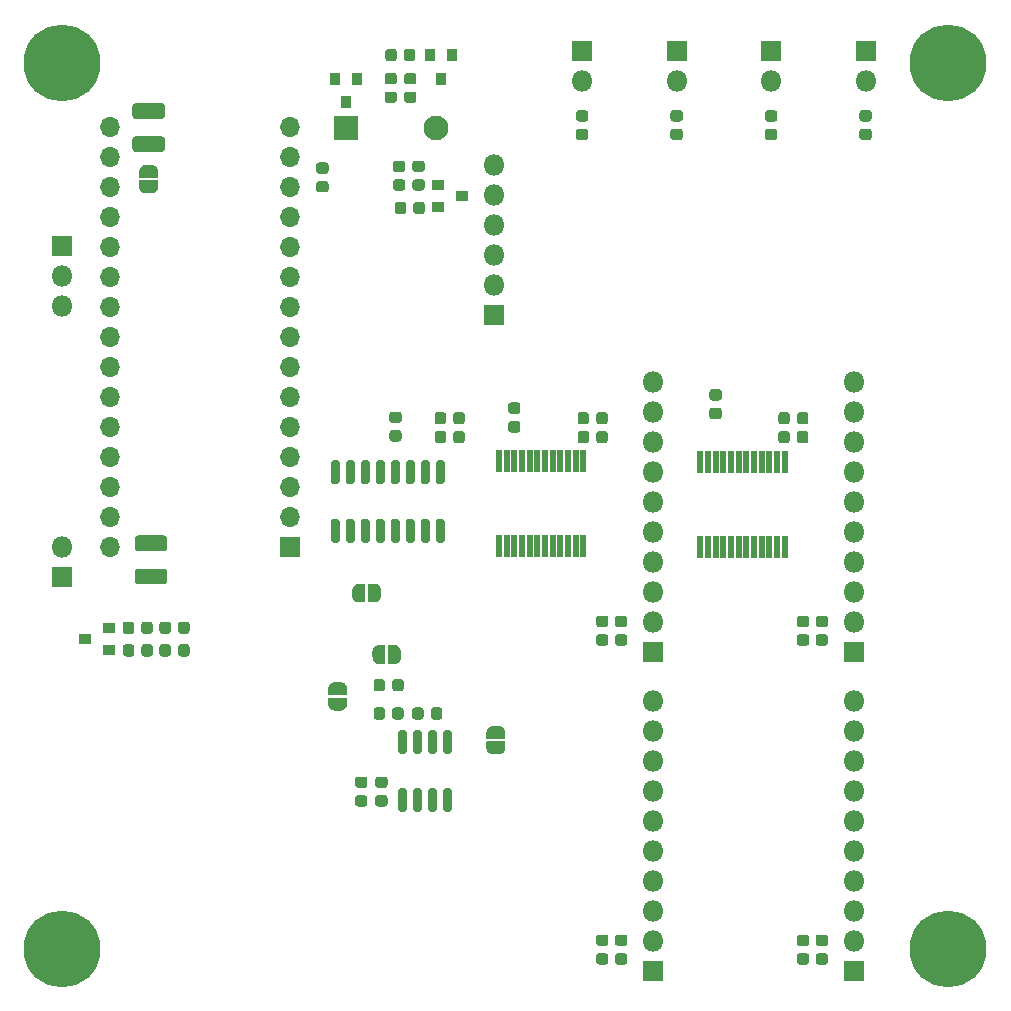
<source format=gbr>
%TF.GenerationSoftware,KiCad,Pcbnew,5.1.6-c6e7f7d~87~ubuntu18.04.1*%
%TF.CreationDate,2020-08-12T00:38:11-03:00*%
%TF.ProjectId,tfMainBoard,74664d61-696e-4426-9f61-72642e6b6963,Rev 1.0.0*%
%TF.SameCoordinates,Original*%
%TF.FileFunction,Soldermask,Bot*%
%TF.FilePolarity,Negative*%
%FSLAX46Y46*%
G04 Gerber Fmt 4.6, Leading zero omitted, Abs format (unit mm)*
G04 Created by KiCad (PCBNEW 5.1.6-c6e7f7d~87~ubuntu18.04.1) date 2020-08-12 00:38:11*
%MOMM*%
%LPD*%
G01*
G04 APERTURE LIST*
%ADD10C,6.500000*%
%ADD11C,0.900000*%
%ADD12R,1.700000X1.700000*%
%ADD13O,1.700000X1.700000*%
%ADD14R,2.100000X2.100000*%
%ADD15C,2.100000*%
%ADD16O,1.800000X1.800000*%
%ADD17R,1.800000X1.800000*%
%ADD18C,0.100000*%
%ADD19R,1.000000X0.900000*%
%ADD20R,0.900000X1.000000*%
%ADD21R,0.550000X1.850000*%
G04 APERTURE END LIST*
D10*
%TO.C,*%
X165000000Y-125000000D03*
D11*
X167400000Y-125000000D03*
X166697056Y-126697056D03*
X165000000Y-127400000D03*
X163302944Y-126697056D03*
X162600000Y-125000000D03*
X163302944Y-123302944D03*
X165000000Y-122600000D03*
X166697056Y-123302944D03*
%TD*%
D10*
%TO.C,*%
X90000000Y-125000000D03*
D11*
X92400000Y-125000000D03*
X91697056Y-126697056D03*
X90000000Y-127400000D03*
X88302944Y-126697056D03*
X87600000Y-125000000D03*
X88302944Y-123302944D03*
X90000000Y-122600000D03*
X91697056Y-123302944D03*
%TD*%
D10*
%TO.C,*%
X90000000Y-50000000D03*
D11*
X92400000Y-50000000D03*
X91697056Y-51697056D03*
X90000000Y-52400000D03*
X88302944Y-51697056D03*
X87600000Y-50000000D03*
X88302944Y-48302944D03*
X90000000Y-47600000D03*
X91697056Y-48302944D03*
%TD*%
%TO.C,*%
X166697056Y-48302944D03*
X165000000Y-47600000D03*
X163302944Y-48302944D03*
X162600000Y-50000000D03*
X163302944Y-51697056D03*
X165000000Y-52400000D03*
X166697056Y-51697056D03*
X167400000Y-50000000D03*
D10*
X165000000Y-50000000D03*
%TD*%
%TO.C,C21*%
G36*
G01*
X118218750Y-59862500D02*
X118781250Y-59862500D01*
G75*
G02*
X119025000Y-60106250I0J-243750D01*
G01*
X119025000Y-60593750D01*
G75*
G02*
X118781250Y-60837500I-243750J0D01*
G01*
X118218750Y-60837500D01*
G75*
G02*
X117975000Y-60593750I0J243750D01*
G01*
X117975000Y-60106250D01*
G75*
G02*
X118218750Y-59862500I243750J0D01*
G01*
G37*
G36*
G01*
X118218750Y-58287500D02*
X118781250Y-58287500D01*
G75*
G02*
X119025000Y-58531250I0J-243750D01*
G01*
X119025000Y-59018750D01*
G75*
G02*
X118781250Y-59262500I-243750J0D01*
G01*
X118218750Y-59262500D01*
G75*
G02*
X117975000Y-59018750I0J243750D01*
G01*
X117975000Y-58531250D01*
G75*
G02*
X118218750Y-58287500I243750J0D01*
G01*
G37*
%TD*%
%TO.C,C20*%
G36*
G01*
X119868750Y-59862500D02*
X120431250Y-59862500D01*
G75*
G02*
X120675000Y-60106250I0J-243750D01*
G01*
X120675000Y-60593750D01*
G75*
G02*
X120431250Y-60837500I-243750J0D01*
G01*
X119868750Y-60837500D01*
G75*
G02*
X119625000Y-60593750I0J243750D01*
G01*
X119625000Y-60106250D01*
G75*
G02*
X119868750Y-59862500I243750J0D01*
G01*
G37*
G36*
G01*
X119868750Y-58287500D02*
X120431250Y-58287500D01*
G75*
G02*
X120675000Y-58531250I0J-243750D01*
G01*
X120675000Y-59018750D01*
G75*
G02*
X120431250Y-59262500I-243750J0D01*
G01*
X119868750Y-59262500D01*
G75*
G02*
X119625000Y-59018750I0J243750D01*
G01*
X119625000Y-58531250D01*
G75*
G02*
X119868750Y-58287500I243750J0D01*
G01*
G37*
%TD*%
%TO.C,U2*%
G36*
G01*
X118615000Y-111425000D02*
X118965000Y-111425000D01*
G75*
G02*
X119140000Y-111600000I0J-175000D01*
G01*
X119140000Y-113300000D01*
G75*
G02*
X118965000Y-113475000I-175000J0D01*
G01*
X118615000Y-113475000D01*
G75*
G02*
X118440000Y-113300000I0J175000D01*
G01*
X118440000Y-111600000D01*
G75*
G02*
X118615000Y-111425000I175000J0D01*
G01*
G37*
G36*
G01*
X119885000Y-111425000D02*
X120235000Y-111425000D01*
G75*
G02*
X120410000Y-111600000I0J-175000D01*
G01*
X120410000Y-113300000D01*
G75*
G02*
X120235000Y-113475000I-175000J0D01*
G01*
X119885000Y-113475000D01*
G75*
G02*
X119710000Y-113300000I0J175000D01*
G01*
X119710000Y-111600000D01*
G75*
G02*
X119885000Y-111425000I175000J0D01*
G01*
G37*
G36*
G01*
X121155000Y-111425000D02*
X121505000Y-111425000D01*
G75*
G02*
X121680000Y-111600000I0J-175000D01*
G01*
X121680000Y-113300000D01*
G75*
G02*
X121505000Y-113475000I-175000J0D01*
G01*
X121155000Y-113475000D01*
G75*
G02*
X120980000Y-113300000I0J175000D01*
G01*
X120980000Y-111600000D01*
G75*
G02*
X121155000Y-111425000I175000J0D01*
G01*
G37*
G36*
G01*
X122425000Y-111425000D02*
X122775000Y-111425000D01*
G75*
G02*
X122950000Y-111600000I0J-175000D01*
G01*
X122950000Y-113300000D01*
G75*
G02*
X122775000Y-113475000I-175000J0D01*
G01*
X122425000Y-113475000D01*
G75*
G02*
X122250000Y-113300000I0J175000D01*
G01*
X122250000Y-111600000D01*
G75*
G02*
X122425000Y-111425000I175000J0D01*
G01*
G37*
G36*
G01*
X122425000Y-106475000D02*
X122775000Y-106475000D01*
G75*
G02*
X122950000Y-106650000I0J-175000D01*
G01*
X122950000Y-108350000D01*
G75*
G02*
X122775000Y-108525000I-175000J0D01*
G01*
X122425000Y-108525000D01*
G75*
G02*
X122250000Y-108350000I0J175000D01*
G01*
X122250000Y-106650000D01*
G75*
G02*
X122425000Y-106475000I175000J0D01*
G01*
G37*
G36*
G01*
X121155000Y-106475000D02*
X121505000Y-106475000D01*
G75*
G02*
X121680000Y-106650000I0J-175000D01*
G01*
X121680000Y-108350000D01*
G75*
G02*
X121505000Y-108525000I-175000J0D01*
G01*
X121155000Y-108525000D01*
G75*
G02*
X120980000Y-108350000I0J175000D01*
G01*
X120980000Y-106650000D01*
G75*
G02*
X121155000Y-106475000I175000J0D01*
G01*
G37*
G36*
G01*
X119885000Y-106475000D02*
X120235000Y-106475000D01*
G75*
G02*
X120410000Y-106650000I0J-175000D01*
G01*
X120410000Y-108350000D01*
G75*
G02*
X120235000Y-108525000I-175000J0D01*
G01*
X119885000Y-108525000D01*
G75*
G02*
X119710000Y-108350000I0J175000D01*
G01*
X119710000Y-106650000D01*
G75*
G02*
X119885000Y-106475000I175000J0D01*
G01*
G37*
G36*
G01*
X118615000Y-106475000D02*
X118965000Y-106475000D01*
G75*
G02*
X119140000Y-106650000I0J-175000D01*
G01*
X119140000Y-108350000D01*
G75*
G02*
X118965000Y-108525000I-175000J0D01*
G01*
X118615000Y-108525000D01*
G75*
G02*
X118440000Y-108350000I0J175000D01*
G01*
X118440000Y-106650000D01*
G75*
G02*
X118615000Y-106475000I175000J0D01*
G01*
G37*
%TD*%
%TO.C,U1*%
G36*
G01*
X122175000Y-85700000D02*
X121825000Y-85700000D01*
G75*
G02*
X121650000Y-85525000I0J175000D01*
G01*
X121650000Y-83825000D01*
G75*
G02*
X121825000Y-83650000I175000J0D01*
G01*
X122175000Y-83650000D01*
G75*
G02*
X122350000Y-83825000I0J-175000D01*
G01*
X122350000Y-85525000D01*
G75*
G02*
X122175000Y-85700000I-175000J0D01*
G01*
G37*
G36*
G01*
X120905000Y-85700000D02*
X120555000Y-85700000D01*
G75*
G02*
X120380000Y-85525000I0J175000D01*
G01*
X120380000Y-83825000D01*
G75*
G02*
X120555000Y-83650000I175000J0D01*
G01*
X120905000Y-83650000D01*
G75*
G02*
X121080000Y-83825000I0J-175000D01*
G01*
X121080000Y-85525000D01*
G75*
G02*
X120905000Y-85700000I-175000J0D01*
G01*
G37*
G36*
G01*
X119635000Y-85700000D02*
X119285000Y-85700000D01*
G75*
G02*
X119110000Y-85525000I0J175000D01*
G01*
X119110000Y-83825000D01*
G75*
G02*
X119285000Y-83650000I175000J0D01*
G01*
X119635000Y-83650000D01*
G75*
G02*
X119810000Y-83825000I0J-175000D01*
G01*
X119810000Y-85525000D01*
G75*
G02*
X119635000Y-85700000I-175000J0D01*
G01*
G37*
G36*
G01*
X118365000Y-85700000D02*
X118015000Y-85700000D01*
G75*
G02*
X117840000Y-85525000I0J175000D01*
G01*
X117840000Y-83825000D01*
G75*
G02*
X118015000Y-83650000I175000J0D01*
G01*
X118365000Y-83650000D01*
G75*
G02*
X118540000Y-83825000I0J-175000D01*
G01*
X118540000Y-85525000D01*
G75*
G02*
X118365000Y-85700000I-175000J0D01*
G01*
G37*
G36*
G01*
X117095000Y-85700000D02*
X116745000Y-85700000D01*
G75*
G02*
X116570000Y-85525000I0J175000D01*
G01*
X116570000Y-83825000D01*
G75*
G02*
X116745000Y-83650000I175000J0D01*
G01*
X117095000Y-83650000D01*
G75*
G02*
X117270000Y-83825000I0J-175000D01*
G01*
X117270000Y-85525000D01*
G75*
G02*
X117095000Y-85700000I-175000J0D01*
G01*
G37*
G36*
G01*
X115825000Y-85700000D02*
X115475000Y-85700000D01*
G75*
G02*
X115300000Y-85525000I0J175000D01*
G01*
X115300000Y-83825000D01*
G75*
G02*
X115475000Y-83650000I175000J0D01*
G01*
X115825000Y-83650000D01*
G75*
G02*
X116000000Y-83825000I0J-175000D01*
G01*
X116000000Y-85525000D01*
G75*
G02*
X115825000Y-85700000I-175000J0D01*
G01*
G37*
G36*
G01*
X114555000Y-85700000D02*
X114205000Y-85700000D01*
G75*
G02*
X114030000Y-85525000I0J175000D01*
G01*
X114030000Y-83825000D01*
G75*
G02*
X114205000Y-83650000I175000J0D01*
G01*
X114555000Y-83650000D01*
G75*
G02*
X114730000Y-83825000I0J-175000D01*
G01*
X114730000Y-85525000D01*
G75*
G02*
X114555000Y-85700000I-175000J0D01*
G01*
G37*
G36*
G01*
X113285000Y-85700000D02*
X112935000Y-85700000D01*
G75*
G02*
X112760000Y-85525000I0J175000D01*
G01*
X112760000Y-83825000D01*
G75*
G02*
X112935000Y-83650000I175000J0D01*
G01*
X113285000Y-83650000D01*
G75*
G02*
X113460000Y-83825000I0J-175000D01*
G01*
X113460000Y-85525000D01*
G75*
G02*
X113285000Y-85700000I-175000J0D01*
G01*
G37*
G36*
G01*
X113285000Y-90650000D02*
X112935000Y-90650000D01*
G75*
G02*
X112760000Y-90475000I0J175000D01*
G01*
X112760000Y-88775000D01*
G75*
G02*
X112935000Y-88600000I175000J0D01*
G01*
X113285000Y-88600000D01*
G75*
G02*
X113460000Y-88775000I0J-175000D01*
G01*
X113460000Y-90475000D01*
G75*
G02*
X113285000Y-90650000I-175000J0D01*
G01*
G37*
G36*
G01*
X114555000Y-90650000D02*
X114205000Y-90650000D01*
G75*
G02*
X114030000Y-90475000I0J175000D01*
G01*
X114030000Y-88775000D01*
G75*
G02*
X114205000Y-88600000I175000J0D01*
G01*
X114555000Y-88600000D01*
G75*
G02*
X114730000Y-88775000I0J-175000D01*
G01*
X114730000Y-90475000D01*
G75*
G02*
X114555000Y-90650000I-175000J0D01*
G01*
G37*
G36*
G01*
X115825000Y-90650000D02*
X115475000Y-90650000D01*
G75*
G02*
X115300000Y-90475000I0J175000D01*
G01*
X115300000Y-88775000D01*
G75*
G02*
X115475000Y-88600000I175000J0D01*
G01*
X115825000Y-88600000D01*
G75*
G02*
X116000000Y-88775000I0J-175000D01*
G01*
X116000000Y-90475000D01*
G75*
G02*
X115825000Y-90650000I-175000J0D01*
G01*
G37*
G36*
G01*
X117095000Y-90650000D02*
X116745000Y-90650000D01*
G75*
G02*
X116570000Y-90475000I0J175000D01*
G01*
X116570000Y-88775000D01*
G75*
G02*
X116745000Y-88600000I175000J0D01*
G01*
X117095000Y-88600000D01*
G75*
G02*
X117270000Y-88775000I0J-175000D01*
G01*
X117270000Y-90475000D01*
G75*
G02*
X117095000Y-90650000I-175000J0D01*
G01*
G37*
G36*
G01*
X118365000Y-90650000D02*
X118015000Y-90650000D01*
G75*
G02*
X117840000Y-90475000I0J175000D01*
G01*
X117840000Y-88775000D01*
G75*
G02*
X118015000Y-88600000I175000J0D01*
G01*
X118365000Y-88600000D01*
G75*
G02*
X118540000Y-88775000I0J-175000D01*
G01*
X118540000Y-90475000D01*
G75*
G02*
X118365000Y-90650000I-175000J0D01*
G01*
G37*
G36*
G01*
X119635000Y-90650000D02*
X119285000Y-90650000D01*
G75*
G02*
X119110000Y-90475000I0J175000D01*
G01*
X119110000Y-88775000D01*
G75*
G02*
X119285000Y-88600000I175000J0D01*
G01*
X119635000Y-88600000D01*
G75*
G02*
X119810000Y-88775000I0J-175000D01*
G01*
X119810000Y-90475000D01*
G75*
G02*
X119635000Y-90650000I-175000J0D01*
G01*
G37*
G36*
G01*
X120905000Y-90650000D02*
X120555000Y-90650000D01*
G75*
G02*
X120380000Y-90475000I0J175000D01*
G01*
X120380000Y-88775000D01*
G75*
G02*
X120555000Y-88600000I175000J0D01*
G01*
X120905000Y-88600000D01*
G75*
G02*
X121080000Y-88775000I0J-175000D01*
G01*
X121080000Y-90475000D01*
G75*
G02*
X120905000Y-90650000I-175000J0D01*
G01*
G37*
G36*
G01*
X122175000Y-90650000D02*
X121825000Y-90650000D01*
G75*
G02*
X121650000Y-90475000I0J175000D01*
G01*
X121650000Y-88775000D01*
G75*
G02*
X121825000Y-88600000I175000J0D01*
G01*
X122175000Y-88600000D01*
G75*
G02*
X122350000Y-88775000I0J-175000D01*
G01*
X122350000Y-90475000D01*
G75*
G02*
X122175000Y-90650000I-175000J0D01*
G01*
G37*
%TD*%
%TO.C,R4*%
G36*
G01*
X98405000Y-54775000D02*
X96195000Y-54775000D01*
G75*
G02*
X95925000Y-54505000I0J270000D01*
G01*
X95925000Y-53695000D01*
G75*
G02*
X96195000Y-53425000I270000J0D01*
G01*
X98405000Y-53425000D01*
G75*
G02*
X98675000Y-53695000I0J-270000D01*
G01*
X98675000Y-54505000D01*
G75*
G02*
X98405000Y-54775000I-270000J0D01*
G01*
G37*
G36*
G01*
X98405000Y-57575000D02*
X96195000Y-57575000D01*
G75*
G02*
X95925000Y-57305000I0J270000D01*
G01*
X95925000Y-56495000D01*
G75*
G02*
X96195000Y-56225000I270000J0D01*
G01*
X98405000Y-56225000D01*
G75*
G02*
X98675000Y-56495000I0J-270000D01*
G01*
X98675000Y-57305000D01*
G75*
G02*
X98405000Y-57575000I-270000J0D01*
G01*
G37*
%TD*%
%TO.C,R2*%
G36*
G01*
X96395000Y-92825000D02*
X98605000Y-92825000D01*
G75*
G02*
X98875000Y-93095000I0J-270000D01*
G01*
X98875000Y-93905000D01*
G75*
G02*
X98605000Y-94175000I-270000J0D01*
G01*
X96395000Y-94175000D01*
G75*
G02*
X96125000Y-93905000I0J270000D01*
G01*
X96125000Y-93095000D01*
G75*
G02*
X96395000Y-92825000I270000J0D01*
G01*
G37*
G36*
G01*
X96395000Y-90025000D02*
X98605000Y-90025000D01*
G75*
G02*
X98875000Y-90295000I0J-270000D01*
G01*
X98875000Y-91105000D01*
G75*
G02*
X98605000Y-91375000I-270000J0D01*
G01*
X96395000Y-91375000D01*
G75*
G02*
X96125000Y-91105000I0J270000D01*
G01*
X96125000Y-90295000D01*
G75*
G02*
X96395000Y-90025000I270000J0D01*
G01*
G37*
%TD*%
D12*
%TO.C,A1*%
X109240000Y-91000000D03*
D13*
X94000000Y-57980000D03*
X109240000Y-88460000D03*
X94000000Y-60520000D03*
X109240000Y-85920000D03*
X94000000Y-63060000D03*
X109240000Y-83380000D03*
X94000000Y-65600000D03*
X109240000Y-80840000D03*
X94000000Y-68140000D03*
X109240000Y-78300000D03*
X94000000Y-70680000D03*
X109240000Y-75760000D03*
X94000000Y-73220000D03*
X109240000Y-73220000D03*
X94000000Y-75760000D03*
X109240000Y-70680000D03*
X94000000Y-78300000D03*
X109240000Y-68140000D03*
X94000000Y-80840000D03*
X109240000Y-65600000D03*
X94000000Y-83380000D03*
X109240000Y-63060000D03*
X94000000Y-85920000D03*
X109240000Y-60520000D03*
X94000000Y-88460000D03*
X109240000Y-57980000D03*
X94000000Y-91000000D03*
X109240000Y-55440000D03*
X94000000Y-55440000D03*
%TD*%
D14*
%TO.C,BZ1*%
X114000000Y-55500000D03*
D15*
X121600000Y-55500000D03*
%TD*%
%TO.C,C1*%
G36*
G01*
X122487500Y-81418750D02*
X122487500Y-81981250D01*
G75*
G02*
X122243750Y-82225000I-243750J0D01*
G01*
X121756250Y-82225000D01*
G75*
G02*
X121512500Y-81981250I0J243750D01*
G01*
X121512500Y-81418750D01*
G75*
G02*
X121756250Y-81175000I243750J0D01*
G01*
X122243750Y-81175000D01*
G75*
G02*
X122487500Y-81418750I0J-243750D01*
G01*
G37*
G36*
G01*
X124062500Y-81418750D02*
X124062500Y-81981250D01*
G75*
G02*
X123818750Y-82225000I-243750J0D01*
G01*
X123331250Y-82225000D01*
G75*
G02*
X123087500Y-81981250I0J243750D01*
G01*
X123087500Y-81418750D01*
G75*
G02*
X123331250Y-81175000I243750J0D01*
G01*
X123818750Y-81175000D01*
G75*
G02*
X124062500Y-81418750I0J-243750D01*
G01*
G37*
%TD*%
%TO.C,C2*%
G36*
G01*
X124062500Y-79818750D02*
X124062500Y-80381250D01*
G75*
G02*
X123818750Y-80625000I-243750J0D01*
G01*
X123331250Y-80625000D01*
G75*
G02*
X123087500Y-80381250I0J243750D01*
G01*
X123087500Y-79818750D01*
G75*
G02*
X123331250Y-79575000I243750J0D01*
G01*
X123818750Y-79575000D01*
G75*
G02*
X124062500Y-79818750I0J-243750D01*
G01*
G37*
G36*
G01*
X122487500Y-79818750D02*
X122487500Y-80381250D01*
G75*
G02*
X122243750Y-80625000I-243750J0D01*
G01*
X121756250Y-80625000D01*
G75*
G02*
X121512500Y-80381250I0J243750D01*
G01*
X121512500Y-79818750D01*
G75*
G02*
X121756250Y-79575000I243750J0D01*
G01*
X122243750Y-79575000D01*
G75*
G02*
X122487500Y-79818750I0J-243750D01*
G01*
G37*
%TD*%
%TO.C,C3*%
G36*
G01*
X116718750Y-112012500D02*
X117281250Y-112012500D01*
G75*
G02*
X117525000Y-112256250I0J-243750D01*
G01*
X117525000Y-112743750D01*
G75*
G02*
X117281250Y-112987500I-243750J0D01*
G01*
X116718750Y-112987500D01*
G75*
G02*
X116475000Y-112743750I0J243750D01*
G01*
X116475000Y-112256250D01*
G75*
G02*
X116718750Y-112012500I243750J0D01*
G01*
G37*
G36*
G01*
X116718750Y-110437500D02*
X117281250Y-110437500D01*
G75*
G02*
X117525000Y-110681250I0J-243750D01*
G01*
X117525000Y-111168750D01*
G75*
G02*
X117281250Y-111412500I-243750J0D01*
G01*
X116718750Y-111412500D01*
G75*
G02*
X116475000Y-111168750I0J243750D01*
G01*
X116475000Y-110681250D01*
G75*
G02*
X116718750Y-110437500I243750J0D01*
G01*
G37*
%TD*%
%TO.C,C4*%
G36*
G01*
X115581250Y-112987500D02*
X115018750Y-112987500D01*
G75*
G02*
X114775000Y-112743750I0J243750D01*
G01*
X114775000Y-112256250D01*
G75*
G02*
X115018750Y-112012500I243750J0D01*
G01*
X115581250Y-112012500D01*
G75*
G02*
X115825000Y-112256250I0J-243750D01*
G01*
X115825000Y-112743750D01*
G75*
G02*
X115581250Y-112987500I-243750J0D01*
G01*
G37*
G36*
G01*
X115581250Y-111412500D02*
X115018750Y-111412500D01*
G75*
G02*
X114775000Y-111168750I0J243750D01*
G01*
X114775000Y-110681250D01*
G75*
G02*
X115018750Y-110437500I243750J0D01*
G01*
X115581250Y-110437500D01*
G75*
G02*
X115825000Y-110681250I0J-243750D01*
G01*
X115825000Y-111168750D01*
G75*
G02*
X115581250Y-111412500I-243750J0D01*
G01*
G37*
%TD*%
%TO.C,C5*%
G36*
G01*
X98212500Y-98131250D02*
X98212500Y-97568750D01*
G75*
G02*
X98456250Y-97325000I243750J0D01*
G01*
X98943750Y-97325000D01*
G75*
G02*
X99187500Y-97568750I0J-243750D01*
G01*
X99187500Y-98131250D01*
G75*
G02*
X98943750Y-98375000I-243750J0D01*
G01*
X98456250Y-98375000D01*
G75*
G02*
X98212500Y-98131250I0J243750D01*
G01*
G37*
G36*
G01*
X99787500Y-98131250D02*
X99787500Y-97568750D01*
G75*
G02*
X100031250Y-97325000I243750J0D01*
G01*
X100518750Y-97325000D01*
G75*
G02*
X100762500Y-97568750I0J-243750D01*
G01*
X100762500Y-98131250D01*
G75*
G02*
X100518750Y-98375000I-243750J0D01*
G01*
X100031250Y-98375000D01*
G75*
G02*
X99787500Y-98131250I0J243750D01*
G01*
G37*
%TD*%
%TO.C,C6*%
G36*
G01*
X134587500Y-81418750D02*
X134587500Y-81981250D01*
G75*
G02*
X134343750Y-82225000I-243750J0D01*
G01*
X133856250Y-82225000D01*
G75*
G02*
X133612500Y-81981250I0J243750D01*
G01*
X133612500Y-81418750D01*
G75*
G02*
X133856250Y-81175000I243750J0D01*
G01*
X134343750Y-81175000D01*
G75*
G02*
X134587500Y-81418750I0J-243750D01*
G01*
G37*
G36*
G01*
X136162500Y-81418750D02*
X136162500Y-81981250D01*
G75*
G02*
X135918750Y-82225000I-243750J0D01*
G01*
X135431250Y-82225000D01*
G75*
G02*
X135187500Y-81981250I0J243750D01*
G01*
X135187500Y-81418750D01*
G75*
G02*
X135431250Y-81175000I243750J0D01*
G01*
X135918750Y-81175000D01*
G75*
G02*
X136162500Y-81418750I0J-243750D01*
G01*
G37*
%TD*%
%TO.C,C7*%
G36*
G01*
X136162500Y-79818750D02*
X136162500Y-80381250D01*
G75*
G02*
X135918750Y-80625000I-243750J0D01*
G01*
X135431250Y-80625000D01*
G75*
G02*
X135187500Y-80381250I0J243750D01*
G01*
X135187500Y-79818750D01*
G75*
G02*
X135431250Y-79575000I243750J0D01*
G01*
X135918750Y-79575000D01*
G75*
G02*
X136162500Y-79818750I0J-243750D01*
G01*
G37*
G36*
G01*
X134587500Y-79818750D02*
X134587500Y-80381250D01*
G75*
G02*
X134343750Y-80625000I-243750J0D01*
G01*
X133856250Y-80625000D01*
G75*
G02*
X133612500Y-80381250I0J243750D01*
G01*
X133612500Y-79818750D01*
G75*
G02*
X133856250Y-79575000I243750J0D01*
G01*
X134343750Y-79575000D01*
G75*
G02*
X134587500Y-79818750I0J-243750D01*
G01*
G37*
%TD*%
%TO.C,C8*%
G36*
G01*
X135981250Y-126362500D02*
X135418750Y-126362500D01*
G75*
G02*
X135175000Y-126118750I0J243750D01*
G01*
X135175000Y-125631250D01*
G75*
G02*
X135418750Y-125387500I243750J0D01*
G01*
X135981250Y-125387500D01*
G75*
G02*
X136225000Y-125631250I0J-243750D01*
G01*
X136225000Y-126118750D01*
G75*
G02*
X135981250Y-126362500I-243750J0D01*
G01*
G37*
G36*
G01*
X135981250Y-124787500D02*
X135418750Y-124787500D01*
G75*
G02*
X135175000Y-124543750I0J243750D01*
G01*
X135175000Y-124056250D01*
G75*
G02*
X135418750Y-123812500I243750J0D01*
G01*
X135981250Y-123812500D01*
G75*
G02*
X136225000Y-124056250I0J-243750D01*
G01*
X136225000Y-124543750D01*
G75*
G02*
X135981250Y-124787500I-243750J0D01*
G01*
G37*
%TD*%
%TO.C,C9*%
G36*
G01*
X135981250Y-99362500D02*
X135418750Y-99362500D01*
G75*
G02*
X135175000Y-99118750I0J243750D01*
G01*
X135175000Y-98631250D01*
G75*
G02*
X135418750Y-98387500I243750J0D01*
G01*
X135981250Y-98387500D01*
G75*
G02*
X136225000Y-98631250I0J-243750D01*
G01*
X136225000Y-99118750D01*
G75*
G02*
X135981250Y-99362500I-243750J0D01*
G01*
G37*
G36*
G01*
X135981250Y-97787500D02*
X135418750Y-97787500D01*
G75*
G02*
X135175000Y-97543750I0J243750D01*
G01*
X135175000Y-97056250D01*
G75*
G02*
X135418750Y-96812500I243750J0D01*
G01*
X135981250Y-96812500D01*
G75*
G02*
X136225000Y-97056250I0J-243750D01*
G01*
X136225000Y-97543750D01*
G75*
G02*
X135981250Y-97787500I-243750J0D01*
G01*
G37*
%TD*%
%TO.C,C10*%
G36*
G01*
X137581250Y-124787500D02*
X137018750Y-124787500D01*
G75*
G02*
X136775000Y-124543750I0J243750D01*
G01*
X136775000Y-124056250D01*
G75*
G02*
X137018750Y-123812500I243750J0D01*
G01*
X137581250Y-123812500D01*
G75*
G02*
X137825000Y-124056250I0J-243750D01*
G01*
X137825000Y-124543750D01*
G75*
G02*
X137581250Y-124787500I-243750J0D01*
G01*
G37*
G36*
G01*
X137581250Y-126362500D02*
X137018750Y-126362500D01*
G75*
G02*
X136775000Y-126118750I0J243750D01*
G01*
X136775000Y-125631250D01*
G75*
G02*
X137018750Y-125387500I243750J0D01*
G01*
X137581250Y-125387500D01*
G75*
G02*
X137825000Y-125631250I0J-243750D01*
G01*
X137825000Y-126118750D01*
G75*
G02*
X137581250Y-126362500I-243750J0D01*
G01*
G37*
%TD*%
%TO.C,C11*%
G36*
G01*
X137581250Y-97787500D02*
X137018750Y-97787500D01*
G75*
G02*
X136775000Y-97543750I0J243750D01*
G01*
X136775000Y-97056250D01*
G75*
G02*
X137018750Y-96812500I243750J0D01*
G01*
X137581250Y-96812500D01*
G75*
G02*
X137825000Y-97056250I0J-243750D01*
G01*
X137825000Y-97543750D01*
G75*
G02*
X137581250Y-97787500I-243750J0D01*
G01*
G37*
G36*
G01*
X137581250Y-99362500D02*
X137018750Y-99362500D01*
G75*
G02*
X136775000Y-99118750I0J243750D01*
G01*
X136775000Y-98631250D01*
G75*
G02*
X137018750Y-98387500I243750J0D01*
G01*
X137581250Y-98387500D01*
G75*
G02*
X137825000Y-98631250I0J-243750D01*
G01*
X137825000Y-99118750D01*
G75*
G02*
X137581250Y-99362500I-243750J0D01*
G01*
G37*
%TD*%
%TO.C,C12*%
G36*
G01*
X151587500Y-81418750D02*
X151587500Y-81981250D01*
G75*
G02*
X151343750Y-82225000I-243750J0D01*
G01*
X150856250Y-82225000D01*
G75*
G02*
X150612500Y-81981250I0J243750D01*
G01*
X150612500Y-81418750D01*
G75*
G02*
X150856250Y-81175000I243750J0D01*
G01*
X151343750Y-81175000D01*
G75*
G02*
X151587500Y-81418750I0J-243750D01*
G01*
G37*
G36*
G01*
X153162500Y-81418750D02*
X153162500Y-81981250D01*
G75*
G02*
X152918750Y-82225000I-243750J0D01*
G01*
X152431250Y-82225000D01*
G75*
G02*
X152187500Y-81981250I0J243750D01*
G01*
X152187500Y-81418750D01*
G75*
G02*
X152431250Y-81175000I243750J0D01*
G01*
X152918750Y-81175000D01*
G75*
G02*
X153162500Y-81418750I0J-243750D01*
G01*
G37*
%TD*%
%TO.C,C13*%
G36*
G01*
X153162500Y-79818750D02*
X153162500Y-80381250D01*
G75*
G02*
X152918750Y-80625000I-243750J0D01*
G01*
X152431250Y-80625000D01*
G75*
G02*
X152187500Y-80381250I0J243750D01*
G01*
X152187500Y-79818750D01*
G75*
G02*
X152431250Y-79575000I243750J0D01*
G01*
X152918750Y-79575000D01*
G75*
G02*
X153162500Y-79818750I0J-243750D01*
G01*
G37*
G36*
G01*
X151587500Y-79818750D02*
X151587500Y-80381250D01*
G75*
G02*
X151343750Y-80625000I-243750J0D01*
G01*
X150856250Y-80625000D01*
G75*
G02*
X150612500Y-80381250I0J243750D01*
G01*
X150612500Y-79818750D01*
G75*
G02*
X150856250Y-79575000I243750J0D01*
G01*
X151343750Y-79575000D01*
G75*
G02*
X151587500Y-79818750I0J-243750D01*
G01*
G37*
%TD*%
%TO.C,C14*%
G36*
G01*
X152981250Y-99362500D02*
X152418750Y-99362500D01*
G75*
G02*
X152175000Y-99118750I0J243750D01*
G01*
X152175000Y-98631250D01*
G75*
G02*
X152418750Y-98387500I243750J0D01*
G01*
X152981250Y-98387500D01*
G75*
G02*
X153225000Y-98631250I0J-243750D01*
G01*
X153225000Y-99118750D01*
G75*
G02*
X152981250Y-99362500I-243750J0D01*
G01*
G37*
G36*
G01*
X152981250Y-97787500D02*
X152418750Y-97787500D01*
G75*
G02*
X152175000Y-97543750I0J243750D01*
G01*
X152175000Y-97056250D01*
G75*
G02*
X152418750Y-96812500I243750J0D01*
G01*
X152981250Y-96812500D01*
G75*
G02*
X153225000Y-97056250I0J-243750D01*
G01*
X153225000Y-97543750D01*
G75*
G02*
X152981250Y-97787500I-243750J0D01*
G01*
G37*
%TD*%
%TO.C,C15*%
G36*
G01*
X152981250Y-126362500D02*
X152418750Y-126362500D01*
G75*
G02*
X152175000Y-126118750I0J243750D01*
G01*
X152175000Y-125631250D01*
G75*
G02*
X152418750Y-125387500I243750J0D01*
G01*
X152981250Y-125387500D01*
G75*
G02*
X153225000Y-125631250I0J-243750D01*
G01*
X153225000Y-126118750D01*
G75*
G02*
X152981250Y-126362500I-243750J0D01*
G01*
G37*
G36*
G01*
X152981250Y-124787500D02*
X152418750Y-124787500D01*
G75*
G02*
X152175000Y-124543750I0J243750D01*
G01*
X152175000Y-124056250D01*
G75*
G02*
X152418750Y-123812500I243750J0D01*
G01*
X152981250Y-123812500D01*
G75*
G02*
X153225000Y-124056250I0J-243750D01*
G01*
X153225000Y-124543750D01*
G75*
G02*
X152981250Y-124787500I-243750J0D01*
G01*
G37*
%TD*%
%TO.C,C16*%
G36*
G01*
X154581250Y-97787500D02*
X154018750Y-97787500D01*
G75*
G02*
X153775000Y-97543750I0J243750D01*
G01*
X153775000Y-97056250D01*
G75*
G02*
X154018750Y-96812500I243750J0D01*
G01*
X154581250Y-96812500D01*
G75*
G02*
X154825000Y-97056250I0J-243750D01*
G01*
X154825000Y-97543750D01*
G75*
G02*
X154581250Y-97787500I-243750J0D01*
G01*
G37*
G36*
G01*
X154581250Y-99362500D02*
X154018750Y-99362500D01*
G75*
G02*
X153775000Y-99118750I0J243750D01*
G01*
X153775000Y-98631250D01*
G75*
G02*
X154018750Y-98387500I243750J0D01*
G01*
X154581250Y-98387500D01*
G75*
G02*
X154825000Y-98631250I0J-243750D01*
G01*
X154825000Y-99118750D01*
G75*
G02*
X154581250Y-99362500I-243750J0D01*
G01*
G37*
%TD*%
%TO.C,C17*%
G36*
G01*
X154581250Y-124787500D02*
X154018750Y-124787500D01*
G75*
G02*
X153775000Y-124543750I0J243750D01*
G01*
X153775000Y-124056250D01*
G75*
G02*
X154018750Y-123812500I243750J0D01*
G01*
X154581250Y-123812500D01*
G75*
G02*
X154825000Y-124056250I0J-243750D01*
G01*
X154825000Y-124543750D01*
G75*
G02*
X154581250Y-124787500I-243750J0D01*
G01*
G37*
G36*
G01*
X154581250Y-126362500D02*
X154018750Y-126362500D01*
G75*
G02*
X153775000Y-126118750I0J243750D01*
G01*
X153775000Y-125631250D01*
G75*
G02*
X154018750Y-125387500I243750J0D01*
G01*
X154581250Y-125387500D01*
G75*
G02*
X154825000Y-125631250I0J-243750D01*
G01*
X154825000Y-126118750D01*
G75*
G02*
X154581250Y-126362500I-243750J0D01*
G01*
G37*
%TD*%
%TO.C,C18*%
G36*
G01*
X119731250Y-51837500D02*
X119168750Y-51837500D01*
G75*
G02*
X118925000Y-51593750I0J243750D01*
G01*
X118925000Y-51106250D01*
G75*
G02*
X119168750Y-50862500I243750J0D01*
G01*
X119731250Y-50862500D01*
G75*
G02*
X119975000Y-51106250I0J-243750D01*
G01*
X119975000Y-51593750D01*
G75*
G02*
X119731250Y-51837500I-243750J0D01*
G01*
G37*
G36*
G01*
X119731250Y-53412500D02*
X119168750Y-53412500D01*
G75*
G02*
X118925000Y-53168750I0J243750D01*
G01*
X118925000Y-52681250D01*
G75*
G02*
X119168750Y-52437500I243750J0D01*
G01*
X119731250Y-52437500D01*
G75*
G02*
X119975000Y-52681250I0J-243750D01*
G01*
X119975000Y-53168750D01*
G75*
G02*
X119731250Y-53412500I-243750J0D01*
G01*
G37*
%TD*%
%TO.C,C19*%
G36*
G01*
X118081250Y-53412500D02*
X117518750Y-53412500D01*
G75*
G02*
X117275000Y-53168750I0J243750D01*
G01*
X117275000Y-52681250D01*
G75*
G02*
X117518750Y-52437500I243750J0D01*
G01*
X118081250Y-52437500D01*
G75*
G02*
X118325000Y-52681250I0J-243750D01*
G01*
X118325000Y-53168750D01*
G75*
G02*
X118081250Y-53412500I-243750J0D01*
G01*
G37*
G36*
G01*
X118081250Y-51837500D02*
X117518750Y-51837500D01*
G75*
G02*
X117275000Y-51593750I0J243750D01*
G01*
X117275000Y-51106250D01*
G75*
G02*
X117518750Y-50862500I243750J0D01*
G01*
X118081250Y-50862500D01*
G75*
G02*
X118325000Y-51106250I0J-243750D01*
G01*
X118325000Y-51593750D01*
G75*
G02*
X118081250Y-51837500I-243750J0D01*
G01*
G37*
%TD*%
D16*
%TO.C,J1*%
X90000000Y-91000000D03*
D17*
X90000000Y-93540000D03*
%TD*%
D16*
%TO.C,J2*%
X140000000Y-104000000D03*
X140000000Y-106540000D03*
X140000000Y-109080000D03*
X140000000Y-111620000D03*
X140000000Y-114160000D03*
X140000000Y-116700000D03*
X140000000Y-119240000D03*
X140000000Y-121780000D03*
X140000000Y-124320000D03*
D17*
X140000000Y-126860000D03*
%TD*%
D16*
%TO.C,J3*%
X140000000Y-77000000D03*
X140000000Y-79540000D03*
X140000000Y-82080000D03*
X140000000Y-84620000D03*
X140000000Y-87160000D03*
X140000000Y-89700000D03*
X140000000Y-92240000D03*
X140000000Y-94780000D03*
X140000000Y-97320000D03*
D17*
X140000000Y-99860000D03*
%TD*%
%TO.C,J4*%
X157000000Y-126860000D03*
D16*
X157000000Y-124320000D03*
X157000000Y-121780000D03*
X157000000Y-119240000D03*
X157000000Y-116700000D03*
X157000000Y-114160000D03*
X157000000Y-111620000D03*
X157000000Y-109080000D03*
X157000000Y-106540000D03*
X157000000Y-104000000D03*
%TD*%
D17*
%TO.C,J5*%
X157000000Y-99860000D03*
D16*
X157000000Y-97320000D03*
X157000000Y-94780000D03*
X157000000Y-92240000D03*
X157000000Y-89700000D03*
X157000000Y-87160000D03*
X157000000Y-84620000D03*
X157000000Y-82080000D03*
X157000000Y-79540000D03*
X157000000Y-77000000D03*
%TD*%
D17*
%TO.C,J6*%
X90000000Y-65560000D03*
D16*
X90000000Y-68100000D03*
X90000000Y-70640000D03*
%TD*%
D17*
%TO.C,J7*%
X134000000Y-49000000D03*
D16*
X134000000Y-51540000D03*
%TD*%
%TO.C,J8*%
X142000000Y-51540000D03*
D17*
X142000000Y-49000000D03*
%TD*%
%TO.C,J9*%
X126500000Y-71400000D03*
D16*
X126500000Y-68860000D03*
X126500000Y-66320000D03*
X126500000Y-63780000D03*
X126500000Y-61240000D03*
X126500000Y-58700000D03*
%TD*%
D17*
%TO.C,J10*%
X150000000Y-49000000D03*
D16*
X150000000Y-51540000D03*
%TD*%
D17*
%TO.C,J11*%
X158000000Y-49000000D03*
D16*
X158000000Y-51540000D03*
%TD*%
D18*
%TO.C,JP1*%
G36*
X127499398Y-108006111D02*
G01*
X127499398Y-108024534D01*
X127499157Y-108029435D01*
X127494347Y-108078266D01*
X127493627Y-108083119D01*
X127484055Y-108131244D01*
X127482863Y-108136005D01*
X127468619Y-108182960D01*
X127466966Y-108187579D01*
X127448189Y-108232912D01*
X127446091Y-108237349D01*
X127422960Y-108280622D01*
X127420438Y-108284829D01*
X127393178Y-108325628D01*
X127390254Y-108329570D01*
X127359126Y-108367499D01*
X127355831Y-108371134D01*
X127321134Y-108405831D01*
X127317499Y-108409126D01*
X127279570Y-108440254D01*
X127275628Y-108443178D01*
X127234829Y-108470438D01*
X127230622Y-108472960D01*
X127187349Y-108496091D01*
X127182912Y-108498189D01*
X127137579Y-108516966D01*
X127132960Y-108518619D01*
X127086005Y-108532863D01*
X127081244Y-108534055D01*
X127033119Y-108543627D01*
X127028266Y-108544347D01*
X126979435Y-108549157D01*
X126974534Y-108549398D01*
X126956111Y-108549398D01*
X126950000Y-108550000D01*
X126450000Y-108550000D01*
X126443889Y-108549398D01*
X126425466Y-108549398D01*
X126420565Y-108549157D01*
X126371734Y-108544347D01*
X126366881Y-108543627D01*
X126318756Y-108534055D01*
X126313995Y-108532863D01*
X126267040Y-108518619D01*
X126262421Y-108516966D01*
X126217088Y-108498189D01*
X126212651Y-108496091D01*
X126169378Y-108472960D01*
X126165171Y-108470438D01*
X126124372Y-108443178D01*
X126120430Y-108440254D01*
X126082501Y-108409126D01*
X126078866Y-108405831D01*
X126044169Y-108371134D01*
X126040874Y-108367499D01*
X126009746Y-108329570D01*
X126006822Y-108325628D01*
X125979562Y-108284829D01*
X125977040Y-108280622D01*
X125953909Y-108237349D01*
X125951811Y-108232912D01*
X125933034Y-108187579D01*
X125931381Y-108182960D01*
X125917137Y-108136005D01*
X125915945Y-108131244D01*
X125906373Y-108083119D01*
X125905653Y-108078266D01*
X125900843Y-108029435D01*
X125900602Y-108024534D01*
X125900602Y-108006111D01*
X125900000Y-108000000D01*
X125900000Y-107500000D01*
X125900961Y-107490245D01*
X125903806Y-107480866D01*
X125908427Y-107472221D01*
X125914645Y-107464645D01*
X125922221Y-107458427D01*
X125930866Y-107453806D01*
X125940245Y-107450961D01*
X125950000Y-107450000D01*
X127450000Y-107450000D01*
X127459755Y-107450961D01*
X127469134Y-107453806D01*
X127477779Y-107458427D01*
X127485355Y-107464645D01*
X127491573Y-107472221D01*
X127496194Y-107480866D01*
X127499039Y-107490245D01*
X127500000Y-107500000D01*
X127500000Y-108000000D01*
X127499398Y-108006111D01*
G37*
G36*
X127499039Y-107209755D02*
G01*
X127496194Y-107219134D01*
X127491573Y-107227779D01*
X127485355Y-107235355D01*
X127477779Y-107241573D01*
X127469134Y-107246194D01*
X127459755Y-107249039D01*
X127450000Y-107250000D01*
X125950000Y-107250000D01*
X125940245Y-107249039D01*
X125930866Y-107246194D01*
X125922221Y-107241573D01*
X125914645Y-107235355D01*
X125908427Y-107227779D01*
X125903806Y-107219134D01*
X125900961Y-107209755D01*
X125900000Y-107200000D01*
X125900000Y-106700000D01*
X125900602Y-106693889D01*
X125900602Y-106675466D01*
X125900843Y-106670565D01*
X125905653Y-106621734D01*
X125906373Y-106616881D01*
X125915945Y-106568756D01*
X125917137Y-106563995D01*
X125931381Y-106517040D01*
X125933034Y-106512421D01*
X125951811Y-106467088D01*
X125953909Y-106462651D01*
X125977040Y-106419378D01*
X125979562Y-106415171D01*
X126006822Y-106374372D01*
X126009746Y-106370430D01*
X126040874Y-106332501D01*
X126044169Y-106328866D01*
X126078866Y-106294169D01*
X126082501Y-106290874D01*
X126120430Y-106259746D01*
X126124372Y-106256822D01*
X126165171Y-106229562D01*
X126169378Y-106227040D01*
X126212651Y-106203909D01*
X126217088Y-106201811D01*
X126262421Y-106183034D01*
X126267040Y-106181381D01*
X126313995Y-106167137D01*
X126318756Y-106165945D01*
X126366881Y-106156373D01*
X126371734Y-106155653D01*
X126420565Y-106150843D01*
X126425466Y-106150602D01*
X126443889Y-106150602D01*
X126450000Y-106150000D01*
X126950000Y-106150000D01*
X126956111Y-106150602D01*
X126974534Y-106150602D01*
X126979435Y-106150843D01*
X127028266Y-106155653D01*
X127033119Y-106156373D01*
X127081244Y-106165945D01*
X127086005Y-106167137D01*
X127132960Y-106181381D01*
X127137579Y-106183034D01*
X127182912Y-106201811D01*
X127187349Y-106203909D01*
X127230622Y-106227040D01*
X127234829Y-106229562D01*
X127275628Y-106256822D01*
X127279570Y-106259746D01*
X127317499Y-106290874D01*
X127321134Y-106294169D01*
X127355831Y-106328866D01*
X127359126Y-106332501D01*
X127390254Y-106370430D01*
X127393178Y-106374372D01*
X127420438Y-106415171D01*
X127422960Y-106419378D01*
X127446091Y-106462651D01*
X127448189Y-106467088D01*
X127466966Y-106512421D01*
X127468619Y-106517040D01*
X127482863Y-106563995D01*
X127484055Y-106568756D01*
X127493627Y-106616881D01*
X127494347Y-106621734D01*
X127499157Y-106670565D01*
X127499398Y-106675466D01*
X127499398Y-106693889D01*
X127500000Y-106700000D01*
X127500000Y-107200000D01*
X127499039Y-107209755D01*
G37*
%TD*%
%TO.C,JP2*%
G36*
X115890245Y-95699039D02*
G01*
X115880866Y-95696194D01*
X115872221Y-95691573D01*
X115864645Y-95685355D01*
X115858427Y-95677779D01*
X115853806Y-95669134D01*
X115850961Y-95659755D01*
X115850000Y-95650000D01*
X115850000Y-94150000D01*
X115850961Y-94140245D01*
X115853806Y-94130866D01*
X115858427Y-94122221D01*
X115864645Y-94114645D01*
X115872221Y-94108427D01*
X115880866Y-94103806D01*
X115890245Y-94100961D01*
X115900000Y-94100000D01*
X116400000Y-94100000D01*
X116406111Y-94100602D01*
X116424534Y-94100602D01*
X116429435Y-94100843D01*
X116478266Y-94105653D01*
X116483119Y-94106373D01*
X116531244Y-94115945D01*
X116536005Y-94117137D01*
X116582960Y-94131381D01*
X116587579Y-94133034D01*
X116632912Y-94151811D01*
X116637349Y-94153909D01*
X116680622Y-94177040D01*
X116684829Y-94179562D01*
X116725628Y-94206822D01*
X116729570Y-94209746D01*
X116767499Y-94240874D01*
X116771134Y-94244169D01*
X116805831Y-94278866D01*
X116809126Y-94282501D01*
X116840254Y-94320430D01*
X116843178Y-94324372D01*
X116870438Y-94365171D01*
X116872960Y-94369378D01*
X116896091Y-94412651D01*
X116898189Y-94417088D01*
X116916966Y-94462421D01*
X116918619Y-94467040D01*
X116932863Y-94513995D01*
X116934055Y-94518756D01*
X116943627Y-94566881D01*
X116944347Y-94571734D01*
X116949157Y-94620565D01*
X116949398Y-94625466D01*
X116949398Y-94643889D01*
X116950000Y-94650000D01*
X116950000Y-95150000D01*
X116949398Y-95156111D01*
X116949398Y-95174534D01*
X116949157Y-95179435D01*
X116944347Y-95228266D01*
X116943627Y-95233119D01*
X116934055Y-95281244D01*
X116932863Y-95286005D01*
X116918619Y-95332960D01*
X116916966Y-95337579D01*
X116898189Y-95382912D01*
X116896091Y-95387349D01*
X116872960Y-95430622D01*
X116870438Y-95434829D01*
X116843178Y-95475628D01*
X116840254Y-95479570D01*
X116809126Y-95517499D01*
X116805831Y-95521134D01*
X116771134Y-95555831D01*
X116767499Y-95559126D01*
X116729570Y-95590254D01*
X116725628Y-95593178D01*
X116684829Y-95620438D01*
X116680622Y-95622960D01*
X116637349Y-95646091D01*
X116632912Y-95648189D01*
X116587579Y-95666966D01*
X116582960Y-95668619D01*
X116536005Y-95682863D01*
X116531244Y-95684055D01*
X116483119Y-95693627D01*
X116478266Y-95694347D01*
X116429435Y-95699157D01*
X116424534Y-95699398D01*
X116406111Y-95699398D01*
X116400000Y-95700000D01*
X115900000Y-95700000D01*
X115890245Y-95699039D01*
G37*
G36*
X115093889Y-95699398D02*
G01*
X115075466Y-95699398D01*
X115070565Y-95699157D01*
X115021734Y-95694347D01*
X115016881Y-95693627D01*
X114968756Y-95684055D01*
X114963995Y-95682863D01*
X114917040Y-95668619D01*
X114912421Y-95666966D01*
X114867088Y-95648189D01*
X114862651Y-95646091D01*
X114819378Y-95622960D01*
X114815171Y-95620438D01*
X114774372Y-95593178D01*
X114770430Y-95590254D01*
X114732501Y-95559126D01*
X114728866Y-95555831D01*
X114694169Y-95521134D01*
X114690874Y-95517499D01*
X114659746Y-95479570D01*
X114656822Y-95475628D01*
X114629562Y-95434829D01*
X114627040Y-95430622D01*
X114603909Y-95387349D01*
X114601811Y-95382912D01*
X114583034Y-95337579D01*
X114581381Y-95332960D01*
X114567137Y-95286005D01*
X114565945Y-95281244D01*
X114556373Y-95233119D01*
X114555653Y-95228266D01*
X114550843Y-95179435D01*
X114550602Y-95174534D01*
X114550602Y-95156111D01*
X114550000Y-95150000D01*
X114550000Y-94650000D01*
X114550602Y-94643889D01*
X114550602Y-94625466D01*
X114550843Y-94620565D01*
X114555653Y-94571734D01*
X114556373Y-94566881D01*
X114565945Y-94518756D01*
X114567137Y-94513995D01*
X114581381Y-94467040D01*
X114583034Y-94462421D01*
X114601811Y-94417088D01*
X114603909Y-94412651D01*
X114627040Y-94369378D01*
X114629562Y-94365171D01*
X114656822Y-94324372D01*
X114659746Y-94320430D01*
X114690874Y-94282501D01*
X114694169Y-94278866D01*
X114728866Y-94244169D01*
X114732501Y-94240874D01*
X114770430Y-94209746D01*
X114774372Y-94206822D01*
X114815171Y-94179562D01*
X114819378Y-94177040D01*
X114862651Y-94153909D01*
X114867088Y-94151811D01*
X114912421Y-94133034D01*
X114917040Y-94131381D01*
X114963995Y-94117137D01*
X114968756Y-94115945D01*
X115016881Y-94106373D01*
X115021734Y-94105653D01*
X115070565Y-94100843D01*
X115075466Y-94100602D01*
X115093889Y-94100602D01*
X115100000Y-94100000D01*
X115600000Y-94100000D01*
X115609755Y-94100961D01*
X115619134Y-94103806D01*
X115627779Y-94108427D01*
X115635355Y-94114645D01*
X115641573Y-94122221D01*
X115646194Y-94130866D01*
X115649039Y-94140245D01*
X115650000Y-94150000D01*
X115650000Y-95650000D01*
X115649039Y-95659755D01*
X115646194Y-95669134D01*
X115641573Y-95677779D01*
X115635355Y-95685355D01*
X115627779Y-95691573D01*
X115619134Y-95696194D01*
X115609755Y-95699039D01*
X115600000Y-95700000D01*
X115100000Y-95700000D01*
X115093889Y-95699398D01*
G37*
%TD*%
%TO.C,JP3*%
G36*
X112500602Y-102993889D02*
G01*
X112500602Y-102975466D01*
X112500843Y-102970565D01*
X112505653Y-102921734D01*
X112506373Y-102916881D01*
X112515945Y-102868756D01*
X112517137Y-102863995D01*
X112531381Y-102817040D01*
X112533034Y-102812421D01*
X112551811Y-102767088D01*
X112553909Y-102762651D01*
X112577040Y-102719378D01*
X112579562Y-102715171D01*
X112606822Y-102674372D01*
X112609746Y-102670430D01*
X112640874Y-102632501D01*
X112644169Y-102628866D01*
X112678866Y-102594169D01*
X112682501Y-102590874D01*
X112720430Y-102559746D01*
X112724372Y-102556822D01*
X112765171Y-102529562D01*
X112769378Y-102527040D01*
X112812651Y-102503909D01*
X112817088Y-102501811D01*
X112862421Y-102483034D01*
X112867040Y-102481381D01*
X112913995Y-102467137D01*
X112918756Y-102465945D01*
X112966881Y-102456373D01*
X112971734Y-102455653D01*
X113020565Y-102450843D01*
X113025466Y-102450602D01*
X113043889Y-102450602D01*
X113050000Y-102450000D01*
X113550000Y-102450000D01*
X113556111Y-102450602D01*
X113574534Y-102450602D01*
X113579435Y-102450843D01*
X113628266Y-102455653D01*
X113633119Y-102456373D01*
X113681244Y-102465945D01*
X113686005Y-102467137D01*
X113732960Y-102481381D01*
X113737579Y-102483034D01*
X113782912Y-102501811D01*
X113787349Y-102503909D01*
X113830622Y-102527040D01*
X113834829Y-102529562D01*
X113875628Y-102556822D01*
X113879570Y-102559746D01*
X113917499Y-102590874D01*
X113921134Y-102594169D01*
X113955831Y-102628866D01*
X113959126Y-102632501D01*
X113990254Y-102670430D01*
X113993178Y-102674372D01*
X114020438Y-102715171D01*
X114022960Y-102719378D01*
X114046091Y-102762651D01*
X114048189Y-102767088D01*
X114066966Y-102812421D01*
X114068619Y-102817040D01*
X114082863Y-102863995D01*
X114084055Y-102868756D01*
X114093627Y-102916881D01*
X114094347Y-102921734D01*
X114099157Y-102970565D01*
X114099398Y-102975466D01*
X114099398Y-102993889D01*
X114100000Y-103000000D01*
X114100000Y-103500000D01*
X114099039Y-103509755D01*
X114096194Y-103519134D01*
X114091573Y-103527779D01*
X114085355Y-103535355D01*
X114077779Y-103541573D01*
X114069134Y-103546194D01*
X114059755Y-103549039D01*
X114050000Y-103550000D01*
X112550000Y-103550000D01*
X112540245Y-103549039D01*
X112530866Y-103546194D01*
X112522221Y-103541573D01*
X112514645Y-103535355D01*
X112508427Y-103527779D01*
X112503806Y-103519134D01*
X112500961Y-103509755D01*
X112500000Y-103500000D01*
X112500000Y-103000000D01*
X112500602Y-102993889D01*
G37*
G36*
X112500961Y-103790245D02*
G01*
X112503806Y-103780866D01*
X112508427Y-103772221D01*
X112514645Y-103764645D01*
X112522221Y-103758427D01*
X112530866Y-103753806D01*
X112540245Y-103750961D01*
X112550000Y-103750000D01*
X114050000Y-103750000D01*
X114059755Y-103750961D01*
X114069134Y-103753806D01*
X114077779Y-103758427D01*
X114085355Y-103764645D01*
X114091573Y-103772221D01*
X114096194Y-103780866D01*
X114099039Y-103790245D01*
X114100000Y-103800000D01*
X114100000Y-104300000D01*
X114099398Y-104306111D01*
X114099398Y-104324534D01*
X114099157Y-104329435D01*
X114094347Y-104378266D01*
X114093627Y-104383119D01*
X114084055Y-104431244D01*
X114082863Y-104436005D01*
X114068619Y-104482960D01*
X114066966Y-104487579D01*
X114048189Y-104532912D01*
X114046091Y-104537349D01*
X114022960Y-104580622D01*
X114020438Y-104584829D01*
X113993178Y-104625628D01*
X113990254Y-104629570D01*
X113959126Y-104667499D01*
X113955831Y-104671134D01*
X113921134Y-104705831D01*
X113917499Y-104709126D01*
X113879570Y-104740254D01*
X113875628Y-104743178D01*
X113834829Y-104770438D01*
X113830622Y-104772960D01*
X113787349Y-104796091D01*
X113782912Y-104798189D01*
X113737579Y-104816966D01*
X113732960Y-104818619D01*
X113686005Y-104832863D01*
X113681244Y-104834055D01*
X113633119Y-104843627D01*
X113628266Y-104844347D01*
X113579435Y-104849157D01*
X113574534Y-104849398D01*
X113556111Y-104849398D01*
X113550000Y-104850000D01*
X113050000Y-104850000D01*
X113043889Y-104849398D01*
X113025466Y-104849398D01*
X113020565Y-104849157D01*
X112971734Y-104844347D01*
X112966881Y-104843627D01*
X112918756Y-104834055D01*
X112913995Y-104832863D01*
X112867040Y-104818619D01*
X112862421Y-104816966D01*
X112817088Y-104798189D01*
X112812651Y-104796091D01*
X112769378Y-104772960D01*
X112765171Y-104770438D01*
X112724372Y-104743178D01*
X112720430Y-104740254D01*
X112682501Y-104709126D01*
X112678866Y-104705831D01*
X112644169Y-104671134D01*
X112640874Y-104667499D01*
X112609746Y-104629570D01*
X112606822Y-104625628D01*
X112579562Y-104584829D01*
X112577040Y-104580622D01*
X112553909Y-104537349D01*
X112551811Y-104532912D01*
X112533034Y-104487579D01*
X112531381Y-104482960D01*
X112517137Y-104436005D01*
X112515945Y-104431244D01*
X112506373Y-104383119D01*
X112505653Y-104378266D01*
X112500843Y-104329435D01*
X112500602Y-104324534D01*
X112500602Y-104306111D01*
X112500000Y-104300000D01*
X112500000Y-103800000D01*
X112500961Y-103790245D01*
G37*
%TD*%
%TO.C,JP4*%
G36*
X117309755Y-99300961D02*
G01*
X117319134Y-99303806D01*
X117327779Y-99308427D01*
X117335355Y-99314645D01*
X117341573Y-99322221D01*
X117346194Y-99330866D01*
X117349039Y-99340245D01*
X117350000Y-99350000D01*
X117350000Y-100850000D01*
X117349039Y-100859755D01*
X117346194Y-100869134D01*
X117341573Y-100877779D01*
X117335355Y-100885355D01*
X117327779Y-100891573D01*
X117319134Y-100896194D01*
X117309755Y-100899039D01*
X117300000Y-100900000D01*
X116800000Y-100900000D01*
X116793889Y-100899398D01*
X116775466Y-100899398D01*
X116770565Y-100899157D01*
X116721734Y-100894347D01*
X116716881Y-100893627D01*
X116668756Y-100884055D01*
X116663995Y-100882863D01*
X116617040Y-100868619D01*
X116612421Y-100866966D01*
X116567088Y-100848189D01*
X116562651Y-100846091D01*
X116519378Y-100822960D01*
X116515171Y-100820438D01*
X116474372Y-100793178D01*
X116470430Y-100790254D01*
X116432501Y-100759126D01*
X116428866Y-100755831D01*
X116394169Y-100721134D01*
X116390874Y-100717499D01*
X116359746Y-100679570D01*
X116356822Y-100675628D01*
X116329562Y-100634829D01*
X116327040Y-100630622D01*
X116303909Y-100587349D01*
X116301811Y-100582912D01*
X116283034Y-100537579D01*
X116281381Y-100532960D01*
X116267137Y-100486005D01*
X116265945Y-100481244D01*
X116256373Y-100433119D01*
X116255653Y-100428266D01*
X116250843Y-100379435D01*
X116250602Y-100374534D01*
X116250602Y-100356111D01*
X116250000Y-100350000D01*
X116250000Y-99850000D01*
X116250602Y-99843889D01*
X116250602Y-99825466D01*
X116250843Y-99820565D01*
X116255653Y-99771734D01*
X116256373Y-99766881D01*
X116265945Y-99718756D01*
X116267137Y-99713995D01*
X116281381Y-99667040D01*
X116283034Y-99662421D01*
X116301811Y-99617088D01*
X116303909Y-99612651D01*
X116327040Y-99569378D01*
X116329562Y-99565171D01*
X116356822Y-99524372D01*
X116359746Y-99520430D01*
X116390874Y-99482501D01*
X116394169Y-99478866D01*
X116428866Y-99444169D01*
X116432501Y-99440874D01*
X116470430Y-99409746D01*
X116474372Y-99406822D01*
X116515171Y-99379562D01*
X116519378Y-99377040D01*
X116562651Y-99353909D01*
X116567088Y-99351811D01*
X116612421Y-99333034D01*
X116617040Y-99331381D01*
X116663995Y-99317137D01*
X116668756Y-99315945D01*
X116716881Y-99306373D01*
X116721734Y-99305653D01*
X116770565Y-99300843D01*
X116775466Y-99300602D01*
X116793889Y-99300602D01*
X116800000Y-99300000D01*
X117300000Y-99300000D01*
X117309755Y-99300961D01*
G37*
G36*
X118106111Y-99300602D02*
G01*
X118124534Y-99300602D01*
X118129435Y-99300843D01*
X118178266Y-99305653D01*
X118183119Y-99306373D01*
X118231244Y-99315945D01*
X118236005Y-99317137D01*
X118282960Y-99331381D01*
X118287579Y-99333034D01*
X118332912Y-99351811D01*
X118337349Y-99353909D01*
X118380622Y-99377040D01*
X118384829Y-99379562D01*
X118425628Y-99406822D01*
X118429570Y-99409746D01*
X118467499Y-99440874D01*
X118471134Y-99444169D01*
X118505831Y-99478866D01*
X118509126Y-99482501D01*
X118540254Y-99520430D01*
X118543178Y-99524372D01*
X118570438Y-99565171D01*
X118572960Y-99569378D01*
X118596091Y-99612651D01*
X118598189Y-99617088D01*
X118616966Y-99662421D01*
X118618619Y-99667040D01*
X118632863Y-99713995D01*
X118634055Y-99718756D01*
X118643627Y-99766881D01*
X118644347Y-99771734D01*
X118649157Y-99820565D01*
X118649398Y-99825466D01*
X118649398Y-99843889D01*
X118650000Y-99850000D01*
X118650000Y-100350000D01*
X118649398Y-100356111D01*
X118649398Y-100374534D01*
X118649157Y-100379435D01*
X118644347Y-100428266D01*
X118643627Y-100433119D01*
X118634055Y-100481244D01*
X118632863Y-100486005D01*
X118618619Y-100532960D01*
X118616966Y-100537579D01*
X118598189Y-100582912D01*
X118596091Y-100587349D01*
X118572960Y-100630622D01*
X118570438Y-100634829D01*
X118543178Y-100675628D01*
X118540254Y-100679570D01*
X118509126Y-100717499D01*
X118505831Y-100721134D01*
X118471134Y-100755831D01*
X118467499Y-100759126D01*
X118429570Y-100790254D01*
X118425628Y-100793178D01*
X118384829Y-100820438D01*
X118380622Y-100822960D01*
X118337349Y-100846091D01*
X118332912Y-100848189D01*
X118287579Y-100866966D01*
X118282960Y-100868619D01*
X118236005Y-100882863D01*
X118231244Y-100884055D01*
X118183119Y-100893627D01*
X118178266Y-100894347D01*
X118129435Y-100899157D01*
X118124534Y-100899398D01*
X118106111Y-100899398D01*
X118100000Y-100900000D01*
X117600000Y-100900000D01*
X117590245Y-100899039D01*
X117580866Y-100896194D01*
X117572221Y-100891573D01*
X117564645Y-100885355D01*
X117558427Y-100877779D01*
X117553806Y-100869134D01*
X117550961Y-100859755D01*
X117550000Y-100850000D01*
X117550000Y-99350000D01*
X117550961Y-99340245D01*
X117553806Y-99330866D01*
X117558427Y-99322221D01*
X117564645Y-99314645D01*
X117572221Y-99308427D01*
X117580866Y-99303806D01*
X117590245Y-99300961D01*
X117600000Y-99300000D01*
X118100000Y-99300000D01*
X118106111Y-99300602D01*
G37*
%TD*%
%TO.C,JP5*%
G36*
X96500961Y-59990245D02*
G01*
X96503806Y-59980866D01*
X96508427Y-59972221D01*
X96514645Y-59964645D01*
X96522221Y-59958427D01*
X96530866Y-59953806D01*
X96540245Y-59950961D01*
X96550000Y-59950000D01*
X98050000Y-59950000D01*
X98059755Y-59950961D01*
X98069134Y-59953806D01*
X98077779Y-59958427D01*
X98085355Y-59964645D01*
X98091573Y-59972221D01*
X98096194Y-59980866D01*
X98099039Y-59990245D01*
X98100000Y-60000000D01*
X98100000Y-60500000D01*
X98099398Y-60506111D01*
X98099398Y-60524534D01*
X98099157Y-60529435D01*
X98094347Y-60578266D01*
X98093627Y-60583119D01*
X98084055Y-60631244D01*
X98082863Y-60636005D01*
X98068619Y-60682960D01*
X98066966Y-60687579D01*
X98048189Y-60732912D01*
X98046091Y-60737349D01*
X98022960Y-60780622D01*
X98020438Y-60784829D01*
X97993178Y-60825628D01*
X97990254Y-60829570D01*
X97959126Y-60867499D01*
X97955831Y-60871134D01*
X97921134Y-60905831D01*
X97917499Y-60909126D01*
X97879570Y-60940254D01*
X97875628Y-60943178D01*
X97834829Y-60970438D01*
X97830622Y-60972960D01*
X97787349Y-60996091D01*
X97782912Y-60998189D01*
X97737579Y-61016966D01*
X97732960Y-61018619D01*
X97686005Y-61032863D01*
X97681244Y-61034055D01*
X97633119Y-61043627D01*
X97628266Y-61044347D01*
X97579435Y-61049157D01*
X97574534Y-61049398D01*
X97556111Y-61049398D01*
X97550000Y-61050000D01*
X97050000Y-61050000D01*
X97043889Y-61049398D01*
X97025466Y-61049398D01*
X97020565Y-61049157D01*
X96971734Y-61044347D01*
X96966881Y-61043627D01*
X96918756Y-61034055D01*
X96913995Y-61032863D01*
X96867040Y-61018619D01*
X96862421Y-61016966D01*
X96817088Y-60998189D01*
X96812651Y-60996091D01*
X96769378Y-60972960D01*
X96765171Y-60970438D01*
X96724372Y-60943178D01*
X96720430Y-60940254D01*
X96682501Y-60909126D01*
X96678866Y-60905831D01*
X96644169Y-60871134D01*
X96640874Y-60867499D01*
X96609746Y-60829570D01*
X96606822Y-60825628D01*
X96579562Y-60784829D01*
X96577040Y-60780622D01*
X96553909Y-60737349D01*
X96551811Y-60732912D01*
X96533034Y-60687579D01*
X96531381Y-60682960D01*
X96517137Y-60636005D01*
X96515945Y-60631244D01*
X96506373Y-60583119D01*
X96505653Y-60578266D01*
X96500843Y-60529435D01*
X96500602Y-60524534D01*
X96500602Y-60506111D01*
X96500000Y-60500000D01*
X96500000Y-60000000D01*
X96500961Y-59990245D01*
G37*
G36*
X96500602Y-59193889D02*
G01*
X96500602Y-59175466D01*
X96500843Y-59170565D01*
X96505653Y-59121734D01*
X96506373Y-59116881D01*
X96515945Y-59068756D01*
X96517137Y-59063995D01*
X96531381Y-59017040D01*
X96533034Y-59012421D01*
X96551811Y-58967088D01*
X96553909Y-58962651D01*
X96577040Y-58919378D01*
X96579562Y-58915171D01*
X96606822Y-58874372D01*
X96609746Y-58870430D01*
X96640874Y-58832501D01*
X96644169Y-58828866D01*
X96678866Y-58794169D01*
X96682501Y-58790874D01*
X96720430Y-58759746D01*
X96724372Y-58756822D01*
X96765171Y-58729562D01*
X96769378Y-58727040D01*
X96812651Y-58703909D01*
X96817088Y-58701811D01*
X96862421Y-58683034D01*
X96867040Y-58681381D01*
X96913995Y-58667137D01*
X96918756Y-58665945D01*
X96966881Y-58656373D01*
X96971734Y-58655653D01*
X97020565Y-58650843D01*
X97025466Y-58650602D01*
X97043889Y-58650602D01*
X97050000Y-58650000D01*
X97550000Y-58650000D01*
X97556111Y-58650602D01*
X97574534Y-58650602D01*
X97579435Y-58650843D01*
X97628266Y-58655653D01*
X97633119Y-58656373D01*
X97681244Y-58665945D01*
X97686005Y-58667137D01*
X97732960Y-58681381D01*
X97737579Y-58683034D01*
X97782912Y-58701811D01*
X97787349Y-58703909D01*
X97830622Y-58727040D01*
X97834829Y-58729562D01*
X97875628Y-58756822D01*
X97879570Y-58759746D01*
X97917499Y-58790874D01*
X97921134Y-58794169D01*
X97955831Y-58828866D01*
X97959126Y-58832501D01*
X97990254Y-58870430D01*
X97993178Y-58874372D01*
X98020438Y-58915171D01*
X98022960Y-58919378D01*
X98046091Y-58962651D01*
X98048189Y-58967088D01*
X98066966Y-59012421D01*
X98068619Y-59017040D01*
X98082863Y-59063995D01*
X98084055Y-59068756D01*
X98093627Y-59116881D01*
X98094347Y-59121734D01*
X98099157Y-59170565D01*
X98099398Y-59175466D01*
X98099398Y-59193889D01*
X98100000Y-59200000D01*
X98100000Y-59700000D01*
X98099039Y-59709755D01*
X98096194Y-59719134D01*
X98091573Y-59727779D01*
X98085355Y-59735355D01*
X98077779Y-59741573D01*
X98069134Y-59746194D01*
X98059755Y-59749039D01*
X98050000Y-59750000D01*
X96550000Y-59750000D01*
X96540245Y-59749039D01*
X96530866Y-59746194D01*
X96522221Y-59741573D01*
X96514645Y-59735355D01*
X96508427Y-59727779D01*
X96503806Y-59719134D01*
X96500961Y-59709755D01*
X96500000Y-59700000D01*
X96500000Y-59200000D01*
X96500602Y-59193889D01*
G37*
%TD*%
D19*
%TO.C,Q1*%
X91900000Y-98800000D03*
X93900000Y-99750000D03*
X93900000Y-97850000D03*
%TD*%
D20*
%TO.C,Q2*%
X114000000Y-53350000D03*
X114950000Y-51350000D03*
X113050000Y-51350000D03*
%TD*%
%TO.C,Q3*%
X121100000Y-49350000D03*
X123000000Y-49350000D03*
X122050000Y-51350000D03*
%TD*%
D19*
%TO.C,Q4*%
X121800000Y-62250000D03*
X121800000Y-60350000D03*
X123800000Y-61300000D03*
%TD*%
%TO.C,R1*%
G36*
G01*
X118481250Y-80512500D02*
X117918750Y-80512500D01*
G75*
G02*
X117675000Y-80268750I0J243750D01*
G01*
X117675000Y-79781250D01*
G75*
G02*
X117918750Y-79537500I243750J0D01*
G01*
X118481250Y-79537500D01*
G75*
G02*
X118725000Y-79781250I0J-243750D01*
G01*
X118725000Y-80268750D01*
G75*
G02*
X118481250Y-80512500I-243750J0D01*
G01*
G37*
G36*
G01*
X118481250Y-82087500D02*
X117918750Y-82087500D01*
G75*
G02*
X117675000Y-81843750I0J243750D01*
G01*
X117675000Y-81356250D01*
G75*
G02*
X117918750Y-81112500I243750J0D01*
G01*
X118481250Y-81112500D01*
G75*
G02*
X118725000Y-81356250I0J-243750D01*
G01*
X118725000Y-81843750D01*
G75*
G02*
X118481250Y-82087500I-243750J0D01*
G01*
G37*
%TD*%
%TO.C,R3*%
G36*
G01*
X121187500Y-105381250D02*
X121187500Y-104818750D01*
G75*
G02*
X121431250Y-104575000I243750J0D01*
G01*
X121918750Y-104575000D01*
G75*
G02*
X122162500Y-104818750I0J-243750D01*
G01*
X122162500Y-105381250D01*
G75*
G02*
X121918750Y-105625000I-243750J0D01*
G01*
X121431250Y-105625000D01*
G75*
G02*
X121187500Y-105381250I0J243750D01*
G01*
G37*
G36*
G01*
X119612500Y-105381250D02*
X119612500Y-104818750D01*
G75*
G02*
X119856250Y-104575000I243750J0D01*
G01*
X120343750Y-104575000D01*
G75*
G02*
X120587500Y-104818750I0J-243750D01*
G01*
X120587500Y-105381250D01*
G75*
G02*
X120343750Y-105625000I-243750J0D01*
G01*
X119856250Y-105625000D01*
G75*
G02*
X119612500Y-105381250I0J243750D01*
G01*
G37*
%TD*%
%TO.C,R5*%
G36*
G01*
X117912500Y-105381250D02*
X117912500Y-104818750D01*
G75*
G02*
X118156250Y-104575000I243750J0D01*
G01*
X118643750Y-104575000D01*
G75*
G02*
X118887500Y-104818750I0J-243750D01*
G01*
X118887500Y-105381250D01*
G75*
G02*
X118643750Y-105625000I-243750J0D01*
G01*
X118156250Y-105625000D01*
G75*
G02*
X117912500Y-105381250I0J243750D01*
G01*
G37*
G36*
G01*
X116337500Y-105381250D02*
X116337500Y-104818750D01*
G75*
G02*
X116581250Y-104575000I243750J0D01*
G01*
X117068750Y-104575000D01*
G75*
G02*
X117312500Y-104818750I0J-243750D01*
G01*
X117312500Y-105381250D01*
G75*
G02*
X117068750Y-105625000I-243750J0D01*
G01*
X116581250Y-105625000D01*
G75*
G02*
X116337500Y-105381250I0J243750D01*
G01*
G37*
%TD*%
%TO.C,R6*%
G36*
G01*
X118887500Y-102418750D02*
X118887500Y-102981250D01*
G75*
G02*
X118643750Y-103225000I-243750J0D01*
G01*
X118156250Y-103225000D01*
G75*
G02*
X117912500Y-102981250I0J243750D01*
G01*
X117912500Y-102418750D01*
G75*
G02*
X118156250Y-102175000I243750J0D01*
G01*
X118643750Y-102175000D01*
G75*
G02*
X118887500Y-102418750I0J-243750D01*
G01*
G37*
G36*
G01*
X117312500Y-102418750D02*
X117312500Y-102981250D01*
G75*
G02*
X117068750Y-103225000I-243750J0D01*
G01*
X116581250Y-103225000D01*
G75*
G02*
X116337500Y-102981250I0J243750D01*
G01*
X116337500Y-102418750D01*
G75*
G02*
X116581250Y-102175000I243750J0D01*
G01*
X117068750Y-102175000D01*
G75*
G02*
X117312500Y-102418750I0J-243750D01*
G01*
G37*
%TD*%
%TO.C,R7*%
G36*
G01*
X96687500Y-100031250D02*
X96687500Y-99468750D01*
G75*
G02*
X96931250Y-99225000I243750J0D01*
G01*
X97418750Y-99225000D01*
G75*
G02*
X97662500Y-99468750I0J-243750D01*
G01*
X97662500Y-100031250D01*
G75*
G02*
X97418750Y-100275000I-243750J0D01*
G01*
X96931250Y-100275000D01*
G75*
G02*
X96687500Y-100031250I0J243750D01*
G01*
G37*
G36*
G01*
X95112500Y-100031250D02*
X95112500Y-99468750D01*
G75*
G02*
X95356250Y-99225000I243750J0D01*
G01*
X95843750Y-99225000D01*
G75*
G02*
X96087500Y-99468750I0J-243750D01*
G01*
X96087500Y-100031250D01*
G75*
G02*
X95843750Y-100275000I-243750J0D01*
G01*
X95356250Y-100275000D01*
G75*
G02*
X95112500Y-100031250I0J243750D01*
G01*
G37*
%TD*%
%TO.C,R8*%
G36*
G01*
X98212500Y-100031250D02*
X98212500Y-99468750D01*
G75*
G02*
X98456250Y-99225000I243750J0D01*
G01*
X98943750Y-99225000D01*
G75*
G02*
X99187500Y-99468750I0J-243750D01*
G01*
X99187500Y-100031250D01*
G75*
G02*
X98943750Y-100275000I-243750J0D01*
G01*
X98456250Y-100275000D01*
G75*
G02*
X98212500Y-100031250I0J243750D01*
G01*
G37*
G36*
G01*
X99787500Y-100031250D02*
X99787500Y-99468750D01*
G75*
G02*
X100031250Y-99225000I243750J0D01*
G01*
X100518750Y-99225000D01*
G75*
G02*
X100762500Y-99468750I0J-243750D01*
G01*
X100762500Y-100031250D01*
G75*
G02*
X100518750Y-100275000I-243750J0D01*
G01*
X100031250Y-100275000D01*
G75*
G02*
X99787500Y-100031250I0J243750D01*
G01*
G37*
%TD*%
%TO.C,R9*%
G36*
G01*
X96062500Y-97568750D02*
X96062500Y-98131250D01*
G75*
G02*
X95818750Y-98375000I-243750J0D01*
G01*
X95331250Y-98375000D01*
G75*
G02*
X95087500Y-98131250I0J243750D01*
G01*
X95087500Y-97568750D01*
G75*
G02*
X95331250Y-97325000I243750J0D01*
G01*
X95818750Y-97325000D01*
G75*
G02*
X96062500Y-97568750I0J-243750D01*
G01*
G37*
G36*
G01*
X97637500Y-97568750D02*
X97637500Y-98131250D01*
G75*
G02*
X97393750Y-98375000I-243750J0D01*
G01*
X96906250Y-98375000D01*
G75*
G02*
X96662500Y-98131250I0J243750D01*
G01*
X96662500Y-97568750D01*
G75*
G02*
X96906250Y-97325000I243750J0D01*
G01*
X97393750Y-97325000D01*
G75*
G02*
X97637500Y-97568750I0J-243750D01*
G01*
G37*
%TD*%
%TO.C,R10*%
G36*
G01*
X128531250Y-81312500D02*
X127968750Y-81312500D01*
G75*
G02*
X127725000Y-81068750I0J243750D01*
G01*
X127725000Y-80581250D01*
G75*
G02*
X127968750Y-80337500I243750J0D01*
G01*
X128531250Y-80337500D01*
G75*
G02*
X128775000Y-80581250I0J-243750D01*
G01*
X128775000Y-81068750D01*
G75*
G02*
X128531250Y-81312500I-243750J0D01*
G01*
G37*
G36*
G01*
X128531250Y-79737500D02*
X127968750Y-79737500D01*
G75*
G02*
X127725000Y-79493750I0J243750D01*
G01*
X127725000Y-79006250D01*
G75*
G02*
X127968750Y-78762500I243750J0D01*
G01*
X128531250Y-78762500D01*
G75*
G02*
X128775000Y-79006250I0J-243750D01*
G01*
X128775000Y-79493750D01*
G75*
G02*
X128531250Y-79737500I-243750J0D01*
G01*
G37*
%TD*%
%TO.C,R11*%
G36*
G01*
X145581250Y-78612500D02*
X145018750Y-78612500D01*
G75*
G02*
X144775000Y-78368750I0J243750D01*
G01*
X144775000Y-77881250D01*
G75*
G02*
X145018750Y-77637500I243750J0D01*
G01*
X145581250Y-77637500D01*
G75*
G02*
X145825000Y-77881250I0J-243750D01*
G01*
X145825000Y-78368750D01*
G75*
G02*
X145581250Y-78612500I-243750J0D01*
G01*
G37*
G36*
G01*
X145581250Y-80187500D02*
X145018750Y-80187500D01*
G75*
G02*
X144775000Y-79943750I0J243750D01*
G01*
X144775000Y-79456250D01*
G75*
G02*
X145018750Y-79212500I243750J0D01*
G01*
X145581250Y-79212500D01*
G75*
G02*
X145825000Y-79456250I0J-243750D01*
G01*
X145825000Y-79943750D01*
G75*
G02*
X145581250Y-80187500I-243750J0D01*
G01*
G37*
%TD*%
%TO.C,R12*%
G36*
G01*
X111718750Y-60012500D02*
X112281250Y-60012500D01*
G75*
G02*
X112525000Y-60256250I0J-243750D01*
G01*
X112525000Y-60743750D01*
G75*
G02*
X112281250Y-60987500I-243750J0D01*
G01*
X111718750Y-60987500D01*
G75*
G02*
X111475000Y-60743750I0J243750D01*
G01*
X111475000Y-60256250D01*
G75*
G02*
X111718750Y-60012500I243750J0D01*
G01*
G37*
G36*
G01*
X111718750Y-58437500D02*
X112281250Y-58437500D01*
G75*
G02*
X112525000Y-58681250I0J-243750D01*
G01*
X112525000Y-59168750D01*
G75*
G02*
X112281250Y-59412500I-243750J0D01*
G01*
X111718750Y-59412500D01*
G75*
G02*
X111475000Y-59168750I0J243750D01*
G01*
X111475000Y-58681250D01*
G75*
G02*
X111718750Y-58437500I243750J0D01*
G01*
G37*
%TD*%
%TO.C,R13*%
G36*
G01*
X119887500Y-49068750D02*
X119887500Y-49631250D01*
G75*
G02*
X119643750Y-49875000I-243750J0D01*
G01*
X119156250Y-49875000D01*
G75*
G02*
X118912500Y-49631250I0J243750D01*
G01*
X118912500Y-49068750D01*
G75*
G02*
X119156250Y-48825000I243750J0D01*
G01*
X119643750Y-48825000D01*
G75*
G02*
X119887500Y-49068750I0J-243750D01*
G01*
G37*
G36*
G01*
X118312500Y-49068750D02*
X118312500Y-49631250D01*
G75*
G02*
X118068750Y-49875000I-243750J0D01*
G01*
X117581250Y-49875000D01*
G75*
G02*
X117337500Y-49631250I0J243750D01*
G01*
X117337500Y-49068750D01*
G75*
G02*
X117581250Y-48825000I243750J0D01*
G01*
X118068750Y-48825000D01*
G75*
G02*
X118312500Y-49068750I0J-243750D01*
G01*
G37*
%TD*%
%TO.C,R14*%
G36*
G01*
X118137500Y-62581250D02*
X118137500Y-62018750D01*
G75*
G02*
X118381250Y-61775000I243750J0D01*
G01*
X118868750Y-61775000D01*
G75*
G02*
X119112500Y-62018750I0J-243750D01*
G01*
X119112500Y-62581250D01*
G75*
G02*
X118868750Y-62825000I-243750J0D01*
G01*
X118381250Y-62825000D01*
G75*
G02*
X118137500Y-62581250I0J243750D01*
G01*
G37*
G36*
G01*
X119712500Y-62581250D02*
X119712500Y-62018750D01*
G75*
G02*
X119956250Y-61775000I243750J0D01*
G01*
X120443750Y-61775000D01*
G75*
G02*
X120687500Y-62018750I0J-243750D01*
G01*
X120687500Y-62581250D01*
G75*
G02*
X120443750Y-62825000I-243750J0D01*
G01*
X119956250Y-62825000D01*
G75*
G02*
X119712500Y-62581250I0J243750D01*
G01*
G37*
%TD*%
%TO.C,R15*%
G36*
G01*
X133718750Y-54012500D02*
X134281250Y-54012500D01*
G75*
G02*
X134525000Y-54256250I0J-243750D01*
G01*
X134525000Y-54743750D01*
G75*
G02*
X134281250Y-54987500I-243750J0D01*
G01*
X133718750Y-54987500D01*
G75*
G02*
X133475000Y-54743750I0J243750D01*
G01*
X133475000Y-54256250D01*
G75*
G02*
X133718750Y-54012500I243750J0D01*
G01*
G37*
G36*
G01*
X133718750Y-55587500D02*
X134281250Y-55587500D01*
G75*
G02*
X134525000Y-55831250I0J-243750D01*
G01*
X134525000Y-56318750D01*
G75*
G02*
X134281250Y-56562500I-243750J0D01*
G01*
X133718750Y-56562500D01*
G75*
G02*
X133475000Y-56318750I0J243750D01*
G01*
X133475000Y-55831250D01*
G75*
G02*
X133718750Y-55587500I243750J0D01*
G01*
G37*
%TD*%
%TO.C,R16*%
G36*
G01*
X141718750Y-55587500D02*
X142281250Y-55587500D01*
G75*
G02*
X142525000Y-55831250I0J-243750D01*
G01*
X142525000Y-56318750D01*
G75*
G02*
X142281250Y-56562500I-243750J0D01*
G01*
X141718750Y-56562500D01*
G75*
G02*
X141475000Y-56318750I0J243750D01*
G01*
X141475000Y-55831250D01*
G75*
G02*
X141718750Y-55587500I243750J0D01*
G01*
G37*
G36*
G01*
X141718750Y-54012500D02*
X142281250Y-54012500D01*
G75*
G02*
X142525000Y-54256250I0J-243750D01*
G01*
X142525000Y-54743750D01*
G75*
G02*
X142281250Y-54987500I-243750J0D01*
G01*
X141718750Y-54987500D01*
G75*
G02*
X141475000Y-54743750I0J243750D01*
G01*
X141475000Y-54256250D01*
G75*
G02*
X141718750Y-54012500I243750J0D01*
G01*
G37*
%TD*%
%TO.C,R17*%
G36*
G01*
X149718750Y-54012500D02*
X150281250Y-54012500D01*
G75*
G02*
X150525000Y-54256250I0J-243750D01*
G01*
X150525000Y-54743750D01*
G75*
G02*
X150281250Y-54987500I-243750J0D01*
G01*
X149718750Y-54987500D01*
G75*
G02*
X149475000Y-54743750I0J243750D01*
G01*
X149475000Y-54256250D01*
G75*
G02*
X149718750Y-54012500I243750J0D01*
G01*
G37*
G36*
G01*
X149718750Y-55587500D02*
X150281250Y-55587500D01*
G75*
G02*
X150525000Y-55831250I0J-243750D01*
G01*
X150525000Y-56318750D01*
G75*
G02*
X150281250Y-56562500I-243750J0D01*
G01*
X149718750Y-56562500D01*
G75*
G02*
X149475000Y-56318750I0J243750D01*
G01*
X149475000Y-55831250D01*
G75*
G02*
X149718750Y-55587500I243750J0D01*
G01*
G37*
%TD*%
%TO.C,R18*%
G36*
G01*
X157718750Y-54012500D02*
X158281250Y-54012500D01*
G75*
G02*
X158525000Y-54256250I0J-243750D01*
G01*
X158525000Y-54743750D01*
G75*
G02*
X158281250Y-54987500I-243750J0D01*
G01*
X157718750Y-54987500D01*
G75*
G02*
X157475000Y-54743750I0J243750D01*
G01*
X157475000Y-54256250D01*
G75*
G02*
X157718750Y-54012500I243750J0D01*
G01*
G37*
G36*
G01*
X157718750Y-55587500D02*
X158281250Y-55587500D01*
G75*
G02*
X158525000Y-55831250I0J-243750D01*
G01*
X158525000Y-56318750D01*
G75*
G02*
X158281250Y-56562500I-243750J0D01*
G01*
X157718750Y-56562500D01*
G75*
G02*
X157475000Y-56318750I0J243750D01*
G01*
X157475000Y-55831250D01*
G75*
G02*
X157718750Y-55587500I243750J0D01*
G01*
G37*
%TD*%
D21*
%TO.C,U3*%
X134100000Y-83700000D03*
X133450000Y-83700000D03*
X132800000Y-83700000D03*
X132150000Y-83700000D03*
X131500000Y-83700000D03*
X130850000Y-83700000D03*
X130200000Y-83700000D03*
X129550000Y-83700000D03*
X128900000Y-83700000D03*
X128250000Y-83700000D03*
X127600000Y-83700000D03*
X126950000Y-83700000D03*
X126950000Y-90900000D03*
X127600000Y-90900000D03*
X128250000Y-90900000D03*
X128900000Y-90900000D03*
X129550000Y-90900000D03*
X130200000Y-90900000D03*
X130850000Y-90900000D03*
X131500000Y-90900000D03*
X132150000Y-90900000D03*
X132800000Y-90900000D03*
X133450000Y-90900000D03*
X134100000Y-90900000D03*
%TD*%
%TO.C,U4*%
X151150000Y-91000000D03*
X150500000Y-91000000D03*
X149850000Y-91000000D03*
X149200000Y-91000000D03*
X148550000Y-91000000D03*
X147900000Y-91000000D03*
X147250000Y-91000000D03*
X146600000Y-91000000D03*
X145950000Y-91000000D03*
X145300000Y-91000000D03*
X144650000Y-91000000D03*
X144000000Y-91000000D03*
X144000000Y-83800000D03*
X144650000Y-83800000D03*
X145300000Y-83800000D03*
X145950000Y-83800000D03*
X146600000Y-83800000D03*
X147250000Y-83800000D03*
X147900000Y-83800000D03*
X148550000Y-83800000D03*
X149200000Y-83800000D03*
X149850000Y-83800000D03*
X150500000Y-83800000D03*
X151150000Y-83800000D03*
%TD*%
M02*

</source>
